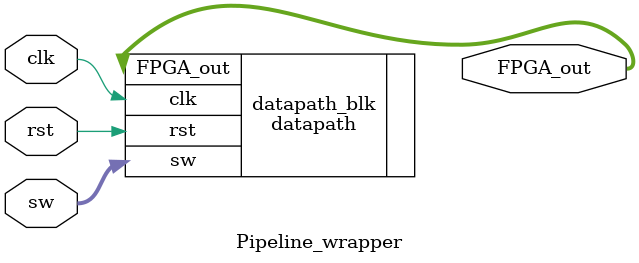
<source format=v>
`timescale 1ns / 1ps


module Pipeline_wrapper(
    input wire clk,rst,
    input wire [1:0]sw,
    output wire [3:0]FPGA_out
    );
    
datapath datapath_blk(
    .clk(clk),
    .rst(rst),
    .sw(sw),
    .FPGA_out(FPGA_out)
);

  
endmodule

</source>
